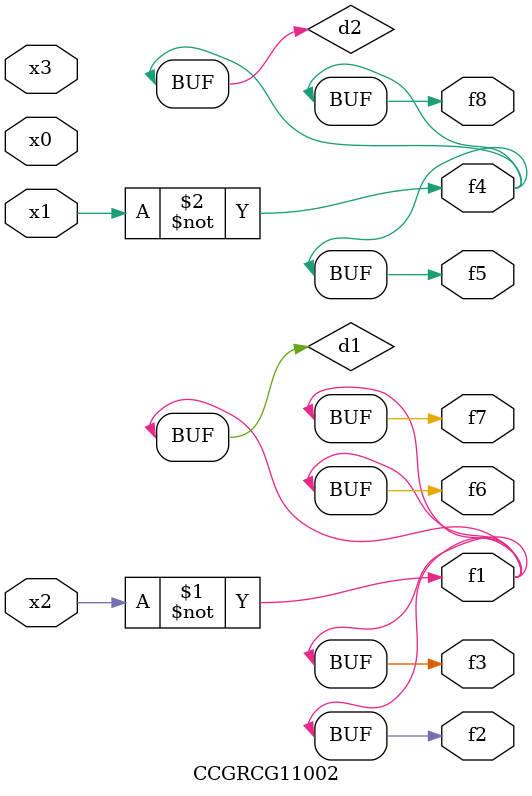
<source format=v>
module CCGRCG11002(
	input x0, x1, x2, x3,
	output f1, f2, f3, f4, f5, f6, f7, f8
);

	wire d1, d2;

	xnor (d1, x2);
	not (d2, x1);
	assign f1 = d1;
	assign f2 = d1;
	assign f3 = d1;
	assign f4 = d2;
	assign f5 = d2;
	assign f6 = d1;
	assign f7 = d1;
	assign f8 = d2;
endmodule

</source>
